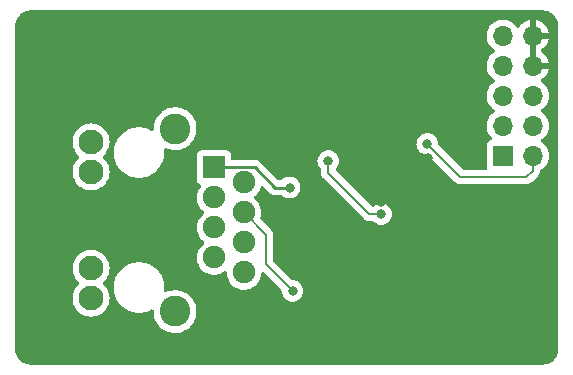
<source format=gbr>
%TF.GenerationSoftware,KiCad,Pcbnew,(6.0.0)*%
%TF.CreationDate,2022-04-14T08:35:50+02:00*%
%TF.ProjectId,W5500_Shield_Ethernet,57353530-305f-4536-9869-656c645f4574,rev?*%
%TF.SameCoordinates,Original*%
%TF.FileFunction,Copper,L2,Bot*%
%TF.FilePolarity,Positive*%
%FSLAX46Y46*%
G04 Gerber Fmt 4.6, Leading zero omitted, Abs format (unit mm)*
G04 Created by KiCad (PCBNEW (6.0.0)) date 2022-04-14 08:35:50*
%MOMM*%
%LPD*%
G01*
G04 APERTURE LIST*
%TA.AperFunction,ComponentPad*%
%ADD10R,1.900000X1.900000*%
%TD*%
%TA.AperFunction,ComponentPad*%
%ADD11C,1.900000*%
%TD*%
%TA.AperFunction,ComponentPad*%
%ADD12C,2.100000*%
%TD*%
%TA.AperFunction,ComponentPad*%
%ADD13C,2.600000*%
%TD*%
%TA.AperFunction,ComponentPad*%
%ADD14R,1.700000X1.700000*%
%TD*%
%TA.AperFunction,ComponentPad*%
%ADD15O,1.700000X1.700000*%
%TD*%
%TA.AperFunction,ViaPad*%
%ADD16C,0.800000*%
%TD*%
%TA.AperFunction,Conductor*%
%ADD17C,0.200000*%
%TD*%
%TA.AperFunction,Conductor*%
%ADD18C,0.250000*%
%TD*%
G04 APERTURE END LIST*
D10*
%TO.P,J1,1,TD+*%
%TO.N,Net-(J1-Pad1)*%
X98345000Y-64805000D03*
D11*
%TO.P,J1,2,TCT*%
%TO.N,Net-(C10-Pad2)*%
X100885000Y-66075000D03*
%TO.P,J1,3,TD-*%
%TO.N,Net-(J1-Pad3)*%
X98345000Y-67345000D03*
%TO.P,J1,4,RD+*%
%TO.N,Net-(C8-Pad2)*%
X100885000Y-68615000D03*
%TO.P,J1,5,RCT*%
%TO.N,Net-(C9-Pad2)*%
X98345000Y-69885000D03*
%TO.P,J1,6,RD-*%
%TO.N,Net-(C7-Pad2)*%
X100885000Y-71155000D03*
%TO.P,J1,7,NC*%
%TO.N,unconnected-(J1-Pad7)*%
X98345000Y-72425000D03*
%TO.P,J1,8,GND*%
%TO.N,Net-(C11-Pad2)*%
X100885000Y-73695000D03*
D12*
%TO.P,J1,L1,LEDY_A*%
%TO.N,+3V3*%
X87935000Y-62625000D03*
%TO.P,J1,L2,LEDY_K*%
%TO.N,/A_LED*%
X87935000Y-65165000D03*
%TO.P,J1,L3,LEDG_A*%
%TO.N,+3V3*%
X87935000Y-73335000D03*
%TO.P,J1,L4,LEDG_K*%
%TO.N,/K_LED*%
X87935000Y-75875000D03*
D13*
%TO.P,J1,SH,SHIELD*%
%TO.N,Net-(C11-Pad2)*%
X95045000Y-76995000D03*
X95045000Y-61505000D03*
%TD*%
D14*
%TO.P,J2,1,Pin_1*%
%TO.N,SCS_eth*%
X122800000Y-63800000D03*
D15*
%TO.P,J2,2,Pin_2*%
%TO.N,+3V3*%
X125340000Y-63800000D03*
%TO.P,J2,3,Pin_3*%
%TO.N,SCLK_eth*%
X122800000Y-61260000D03*
%TO.P,J2,4,Pin_4*%
%TO.N,+3V3*%
X125340000Y-61260000D03*
%TO.P,J2,5,Pin_5*%
%TO.N,MISO_eth*%
X122800000Y-58720000D03*
%TO.P,J2,6,Pin_6*%
%TO.N,+3V3*%
X125340000Y-58720000D03*
%TO.P,J2,7,Pin_7*%
%TO.N,MOSI_eth*%
X122800000Y-56180000D03*
%TO.P,J2,8,Pin_8*%
%TO.N,GND*%
X125340000Y-56180000D03*
%TO.P,J2,9,Pin_9*%
%TO.N,RESET_eth*%
X122800000Y-53640000D03*
%TO.P,J2,10,Pin_10*%
%TO.N,GND*%
X125340000Y-53640000D03*
%TD*%
D16*
%TO.N,GND*%
X121000000Y-71000000D03*
X112500000Y-67750000D03*
X116500000Y-64000000D03*
X112200000Y-54843750D03*
X109250000Y-77250000D03*
X105000000Y-72750000D03*
X114000000Y-62000000D03*
X110750000Y-65500000D03*
X109250000Y-78500000D03*
X114000000Y-71750000D03*
X110000000Y-73750000D03*
X126500000Y-67000000D03*
X111000000Y-77000000D03*
X106250000Y-61250000D03*
X117750000Y-77250000D03*
X124500000Y-72250000D03*
X110750000Y-75250000D03*
X114500000Y-77500000D03*
X115000000Y-62000000D03*
X114000000Y-76500000D03*
X108750000Y-71000000D03*
%TO.N,+3V3*%
X116400000Y-62800000D03*
%TO.N,+3.3VA*%
X112500000Y-68750000D03*
X108020000Y-64250000D03*
%TO.N,Net-(C8-Pad2)*%
X105000000Y-75250000D03*
%TO.N,Net-(J1-Pad1)*%
X104750000Y-66500000D03*
%TD*%
D17*
%TO.N,+3V3*%
X125340000Y-65060000D02*
X124800000Y-65600000D01*
X119800000Y-65600000D02*
X119200000Y-65600000D01*
X119200000Y-65600000D02*
X116400000Y-62800000D01*
X124800000Y-65600000D02*
X119800000Y-65600000D01*
X125340000Y-63800000D02*
X125340000Y-65060000D01*
%TO.N,+3.3VA*%
X108020000Y-65270000D02*
X111500000Y-68750000D01*
X111500000Y-68750000D02*
X112500000Y-68750000D01*
X108020000Y-64250000D02*
X108020000Y-65270000D01*
%TO.N,Net-(C8-Pad2)*%
X105000000Y-75250000D02*
X102750000Y-73000000D01*
X102750000Y-73000000D02*
X102750000Y-70480000D01*
X102750000Y-70480000D02*
X100885000Y-68615000D01*
D18*
%TO.N,Net-(J1-Pad1)*%
X103500000Y-66500000D02*
X104750000Y-66500000D01*
X98349511Y-64800489D02*
X98345000Y-64805000D01*
X101800489Y-64800489D02*
X98349511Y-64800489D01*
X103500000Y-66500000D02*
X101800489Y-64800489D01*
%TD*%
%TA.AperFunction,Conductor*%
%TO.N,GND*%
G36*
X126170057Y-51509500D02*
G01*
X126184858Y-51511805D01*
X126184861Y-51511805D01*
X126193730Y-51513186D01*
X126202631Y-51512022D01*
X126202638Y-51512022D01*
X126207766Y-51511351D01*
X126233989Y-51510675D01*
X126392228Y-51523129D01*
X126411755Y-51526222D01*
X126589614Y-51568922D01*
X126608408Y-51575028D01*
X126777398Y-51645027D01*
X126795003Y-51653997D01*
X126911618Y-51725458D01*
X126950967Y-51749571D01*
X126966955Y-51761187D01*
X127106042Y-51879978D01*
X127120020Y-51893956D01*
X127238813Y-52033045D01*
X127250427Y-52049031D01*
X127346003Y-52204997D01*
X127354973Y-52222602D01*
X127422742Y-52386209D01*
X127424970Y-52391587D01*
X127431078Y-52410386D01*
X127454465Y-52507800D01*
X127473778Y-52588244D01*
X127476871Y-52607772D01*
X127488774Y-52759012D01*
X127488133Y-52775881D01*
X127488305Y-52775883D01*
X127488195Y-52784859D01*
X127486814Y-52793730D01*
X127487978Y-52802632D01*
X127487978Y-52802635D01*
X127490936Y-52825251D01*
X127492000Y-52841589D01*
X127492000Y-80150672D01*
X127490500Y-80170056D01*
X127486814Y-80193730D01*
X127487978Y-80202631D01*
X127487978Y-80202638D01*
X127488649Y-80207766D01*
X127489325Y-80233989D01*
X127476871Y-80392228D01*
X127473778Y-80411756D01*
X127431080Y-80589609D01*
X127424972Y-80608408D01*
X127354973Y-80777398D01*
X127346003Y-80795003D01*
X127250429Y-80950967D01*
X127238813Y-80966955D01*
X127120022Y-81106042D01*
X127106044Y-81120020D01*
X126966955Y-81238813D01*
X126950969Y-81250427D01*
X126795003Y-81346003D01*
X126777398Y-81354973D01*
X126608408Y-81424972D01*
X126589614Y-81431078D01*
X126411756Y-81473778D01*
X126392228Y-81476871D01*
X126240988Y-81488774D01*
X126224119Y-81488133D01*
X126224117Y-81488305D01*
X126215141Y-81488195D01*
X126206270Y-81486814D01*
X126197368Y-81487978D01*
X126197365Y-81487978D01*
X126174749Y-81490936D01*
X126158411Y-81492000D01*
X82849328Y-81492000D01*
X82829943Y-81490500D01*
X82815142Y-81488195D01*
X82815139Y-81488195D01*
X82806270Y-81486814D01*
X82797369Y-81487978D01*
X82797362Y-81487978D01*
X82792234Y-81488649D01*
X82766011Y-81489325D01*
X82607772Y-81476871D01*
X82588244Y-81473778D01*
X82410386Y-81431078D01*
X82391592Y-81424972D01*
X82222602Y-81354973D01*
X82204997Y-81346003D01*
X82049031Y-81250427D01*
X82033045Y-81238813D01*
X81893956Y-81120020D01*
X81879978Y-81106042D01*
X81761187Y-80966955D01*
X81749571Y-80950967D01*
X81653997Y-80795003D01*
X81645027Y-80777398D01*
X81575028Y-80608408D01*
X81568920Y-80589609D01*
X81526222Y-80411756D01*
X81523129Y-80392228D01*
X81511226Y-80240988D01*
X81511867Y-80224119D01*
X81511695Y-80224117D01*
X81511805Y-80215141D01*
X81513186Y-80206270D01*
X81511547Y-80193730D01*
X81509064Y-80174749D01*
X81508000Y-80158411D01*
X81508000Y-75875000D01*
X86371681Y-75875000D01*
X86390928Y-76119557D01*
X86392082Y-76124364D01*
X86392083Y-76124370D01*
X86406750Y-76185462D01*
X86448195Y-76358092D01*
X86542073Y-76584732D01*
X86670248Y-76793896D01*
X86673463Y-76797660D01*
X86673465Y-76797663D01*
X86805451Y-76952197D01*
X86829567Y-76980433D01*
X86833323Y-76983641D01*
X86967805Y-77098500D01*
X87016104Y-77139752D01*
X87020327Y-77142340D01*
X87020330Y-77142342D01*
X87089515Y-77184738D01*
X87225268Y-77267927D01*
X87369967Y-77327864D01*
X87447335Y-77359911D01*
X87447337Y-77359912D01*
X87451908Y-77361805D01*
X87534563Y-77381649D01*
X87685630Y-77417917D01*
X87685636Y-77417918D01*
X87690443Y-77419072D01*
X87935000Y-77438319D01*
X88179557Y-77419072D01*
X88184364Y-77417918D01*
X88184370Y-77417917D01*
X88335437Y-77381649D01*
X88418092Y-77361805D01*
X88422663Y-77359912D01*
X88422665Y-77359911D01*
X88500033Y-77327864D01*
X88644732Y-77267927D01*
X88780485Y-77184738D01*
X88849670Y-77142342D01*
X88849673Y-77142340D01*
X88853896Y-77139752D01*
X88902196Y-77098500D01*
X89036677Y-76983641D01*
X89040433Y-76980433D01*
X89064549Y-76952197D01*
X89196535Y-76797663D01*
X89196537Y-76797660D01*
X89199752Y-76793896D01*
X89327927Y-76584732D01*
X89421805Y-76358092D01*
X89463250Y-76185462D01*
X89477917Y-76124370D01*
X89477918Y-76124364D01*
X89479072Y-76119557D01*
X89498319Y-75875000D01*
X89479072Y-75630443D01*
X89476939Y-75621556D01*
X89434841Y-75446206D01*
X89421805Y-75391908D01*
X89404814Y-75350887D01*
X89350062Y-75218707D01*
X89327927Y-75165268D01*
X89287488Y-75099277D01*
X89860735Y-75099277D01*
X89861294Y-75103521D01*
X89861294Y-75103525D01*
X89868867Y-75161049D01*
X89898705Y-75387687D01*
X89975465Y-75668276D01*
X89977149Y-75672224D01*
X90061538Y-75870070D01*
X90089596Y-75935852D01*
X90238985Y-76185462D01*
X90420867Y-76412489D01*
X90631878Y-76612731D01*
X90868113Y-76782483D01*
X91125200Y-76918603D01*
X91129223Y-76920075D01*
X91129227Y-76920077D01*
X91325358Y-76991851D01*
X91398382Y-77018574D01*
X91682604Y-77080544D01*
X91711650Y-77082830D01*
X91908297Y-77098307D01*
X91908304Y-77098307D01*
X91910753Y-77098500D01*
X92068121Y-77098500D01*
X92070257Y-77098354D01*
X92070268Y-77098354D01*
X92280949Y-77083991D01*
X92280955Y-77083990D01*
X92285226Y-77083699D01*
X92289421Y-77082830D01*
X92289423Y-77082830D01*
X92427654Y-77054204D01*
X92570081Y-77024709D01*
X92844295Y-76927605D01*
X93048994Y-76821952D01*
X93118700Y-76808483D01*
X93184624Y-76834838D01*
X93225833Y-76892651D01*
X93231169Y-76938162D01*
X93232641Y-76938201D01*
X93232518Y-76942874D01*
X93232050Y-76947526D01*
X93232274Y-76952192D01*
X93232274Y-76952197D01*
X93235689Y-77023279D01*
X93244947Y-77216019D01*
X93297388Y-77479656D01*
X93388220Y-77732646D01*
X93515450Y-77969431D01*
X93518241Y-77973168D01*
X93518245Y-77973175D01*
X93599887Y-78082506D01*
X93676281Y-78184810D01*
X93679590Y-78188090D01*
X93679595Y-78188096D01*
X93863863Y-78370762D01*
X93867180Y-78374050D01*
X93870942Y-78376808D01*
X93870945Y-78376811D01*
X93983299Y-78459192D01*
X94083954Y-78532995D01*
X94088089Y-78535171D01*
X94088093Y-78535173D01*
X94317698Y-78655975D01*
X94321840Y-78658154D01*
X94575613Y-78746775D01*
X94580206Y-78747647D01*
X94835109Y-78796042D01*
X94835112Y-78796042D01*
X94839698Y-78796913D01*
X94967370Y-78801929D01*
X95103625Y-78807283D01*
X95103630Y-78807283D01*
X95108293Y-78807466D01*
X95212607Y-78796042D01*
X95370844Y-78778713D01*
X95370850Y-78778712D01*
X95375497Y-78778203D01*
X95380021Y-78777012D01*
X95630918Y-78710956D01*
X95630920Y-78710955D01*
X95635441Y-78709765D01*
X95639738Y-78707919D01*
X95878120Y-78605502D01*
X95878122Y-78605501D01*
X95882414Y-78603657D01*
X96001071Y-78530230D01*
X96107017Y-78464669D01*
X96107021Y-78464666D01*
X96110990Y-78462210D01*
X96316149Y-78288530D01*
X96493382Y-78086434D01*
X96638797Y-77860361D01*
X96749199Y-77615278D01*
X96786209Y-77484051D01*
X96820893Y-77361072D01*
X96820894Y-77361069D01*
X96822163Y-77356568D01*
X96840043Y-77216019D01*
X96855688Y-77093045D01*
X96855688Y-77093041D01*
X96856086Y-77089915D01*
X96856272Y-77082830D01*
X96858488Y-76998160D01*
X96858571Y-76995000D01*
X96838650Y-76726937D01*
X96813374Y-76615231D01*
X96780361Y-76469331D01*
X96780360Y-76469326D01*
X96779327Y-76464763D01*
X96681902Y-76214238D01*
X96548518Y-75980864D01*
X96510588Y-75932749D01*
X96465062Y-75875000D01*
X96382105Y-75769769D01*
X96186317Y-75585591D01*
X95965457Y-75432374D01*
X95961264Y-75430306D01*
X95728564Y-75315551D01*
X95728561Y-75315550D01*
X95724376Y-75313486D01*
X95676745Y-75298239D01*
X95505536Y-75243435D01*
X95468370Y-75231538D01*
X95463763Y-75230788D01*
X95463760Y-75230787D01*
X95207674Y-75189081D01*
X95207675Y-75189081D01*
X95203063Y-75188330D01*
X95072719Y-75186624D01*
X94938961Y-75184873D01*
X94938958Y-75184873D01*
X94934284Y-75184812D01*
X94667937Y-75221060D01*
X94409874Y-75296278D01*
X94405621Y-75298238D01*
X94405620Y-75298239D01*
X94291418Y-75350887D01*
X94221181Y-75361242D01*
X94156495Y-75331979D01*
X94117898Y-75272391D01*
X94113924Y-75218707D01*
X94116291Y-75202081D01*
X94127742Y-75121619D01*
X94128952Y-74890523D01*
X94129243Y-74835009D01*
X94129243Y-74835003D01*
X94129265Y-74830723D01*
X94126908Y-74812815D01*
X94105100Y-74647171D01*
X94091295Y-74542313D01*
X94014535Y-74261724D01*
X94000491Y-74228799D01*
X93902090Y-73998100D01*
X93902088Y-73998096D01*
X93900404Y-73994148D01*
X93751015Y-73744538D01*
X93736337Y-73726216D01*
X93651661Y-73620523D01*
X93569133Y-73517511D01*
X93376807Y-73335000D01*
X93361231Y-73320219D01*
X93361228Y-73320217D01*
X93358122Y-73317269D01*
X93121887Y-73147517D01*
X92864800Y-73011397D01*
X92860777Y-73009925D01*
X92860773Y-73009923D01*
X92595649Y-72912901D01*
X92595647Y-72912900D01*
X92591618Y-72911426D01*
X92307396Y-72849456D01*
X92263598Y-72846009D01*
X92081703Y-72831693D01*
X92081696Y-72831693D01*
X92079247Y-72831500D01*
X91921879Y-72831500D01*
X91919743Y-72831646D01*
X91919732Y-72831646D01*
X91709051Y-72846009D01*
X91709045Y-72846010D01*
X91704774Y-72846301D01*
X91700579Y-72847170D01*
X91700577Y-72847170D01*
X91654462Y-72856720D01*
X91419919Y-72905291D01*
X91145705Y-73002395D01*
X91141896Y-73004361D01*
X90995219Y-73080067D01*
X90887207Y-73135816D01*
X90883706Y-73138277D01*
X90883702Y-73138279D01*
X90870558Y-73147517D01*
X90649208Y-73303085D01*
X90646067Y-73306004D01*
X90465354Y-73473933D01*
X90436112Y-73501106D01*
X90433398Y-73504422D01*
X90433395Y-73504425D01*
X90338370Y-73620523D01*
X90251861Y-73726216D01*
X90099867Y-73974248D01*
X90098148Y-73978165D01*
X90098146Y-73978168D01*
X90084515Y-74009220D01*
X89982941Y-74240614D01*
X89981765Y-74244742D01*
X89981764Y-74244745D01*
X89964715Y-74304595D01*
X89903246Y-74520384D01*
X89902642Y-74524626D01*
X89902641Y-74524632D01*
X89877567Y-74700811D01*
X89862258Y-74808381D01*
X89860735Y-75099277D01*
X89287488Y-75099277D01*
X89199752Y-74956104D01*
X89193757Y-74949084D01*
X89043641Y-74773323D01*
X89040433Y-74769567D01*
X89010420Y-74743933D01*
X88959931Y-74700811D01*
X88921122Y-74641360D01*
X88920616Y-74570365D01*
X88959931Y-74509189D01*
X89036677Y-74443641D01*
X89040433Y-74440433D01*
X89123759Y-74342872D01*
X89196535Y-74257663D01*
X89196537Y-74257660D01*
X89199752Y-74253896D01*
X89212098Y-74233750D01*
X89271113Y-74137445D01*
X89327927Y-74044732D01*
X89390561Y-73893521D01*
X89419911Y-73822665D01*
X89419912Y-73822663D01*
X89421805Y-73818092D01*
X89479072Y-73579557D01*
X89498319Y-73335000D01*
X89479072Y-73090443D01*
X89477732Y-73084859D01*
X89436094Y-72911426D01*
X89421805Y-72851908D01*
X89419843Y-72847170D01*
X89368220Y-72722544D01*
X89327927Y-72625268D01*
X89224566Y-72456597D01*
X89202342Y-72420330D01*
X89202340Y-72420327D01*
X89199752Y-72416104D01*
X89181657Y-72394917D01*
X89176812Y-72389244D01*
X96881938Y-72389244D01*
X96882235Y-72394396D01*
X96882235Y-72394400D01*
X96884338Y-72430873D01*
X96895744Y-72628680D01*
X96896879Y-72633717D01*
X96896880Y-72633723D01*
X96947331Y-72857592D01*
X96948470Y-72862646D01*
X97038702Y-73084859D01*
X97164014Y-73289351D01*
X97321043Y-73470630D01*
X97505571Y-73623828D01*
X97712643Y-73744831D01*
X97717468Y-73746673D01*
X97717469Y-73746674D01*
X97760595Y-73763142D01*
X97936697Y-73830389D01*
X97941763Y-73831420D01*
X97941764Y-73831420D01*
X97998039Y-73842869D01*
X98171716Y-73878204D01*
X98307264Y-73883174D01*
X98406225Y-73886803D01*
X98406229Y-73886803D01*
X98411389Y-73886992D01*
X98416509Y-73886336D01*
X98416511Y-73886336D01*
X98644151Y-73857175D01*
X98644152Y-73857175D01*
X98649279Y-73856518D01*
X98732935Y-73831420D01*
X98874042Y-73789086D01*
X98874047Y-73789084D01*
X98878997Y-73787599D01*
X99094374Y-73682087D01*
X99098579Y-73679087D01*
X99098585Y-73679084D01*
X99224443Y-73589310D01*
X99291516Y-73566037D01*
X99360525Y-73582720D01*
X99409559Y-73634064D01*
X99423402Y-73684636D01*
X99435744Y-73898680D01*
X99436879Y-73903717D01*
X99436880Y-73903723D01*
X99457258Y-73994148D01*
X99488470Y-74132646D01*
X99490419Y-74137445D01*
X99573835Y-74342872D01*
X99578702Y-74354859D01*
X99704014Y-74559351D01*
X99707398Y-74563257D01*
X99707399Y-74563259D01*
X99714221Y-74571134D01*
X99861043Y-74740630D01*
X100045571Y-74893828D01*
X100252643Y-75014831D01*
X100476697Y-75100389D01*
X100481763Y-75101420D01*
X100481764Y-75101420D01*
X100492111Y-75103525D01*
X100711716Y-75148204D01*
X100847264Y-75153174D01*
X100946225Y-75156803D01*
X100946229Y-75156803D01*
X100951389Y-75156992D01*
X100956509Y-75156336D01*
X100956511Y-75156336D01*
X101184151Y-75127175D01*
X101184152Y-75127175D01*
X101189279Y-75126518D01*
X101205608Y-75121619D01*
X101414042Y-75059086D01*
X101414047Y-75059084D01*
X101418997Y-75057599D01*
X101634374Y-74952087D01*
X101638579Y-74949087D01*
X101638585Y-74949084D01*
X101737618Y-74878444D01*
X101829627Y-74812815D01*
X101999511Y-74643523D01*
X102023422Y-74610248D01*
X102136445Y-74452958D01*
X102139463Y-74448758D01*
X102143578Y-74440433D01*
X102243433Y-74238392D01*
X102243434Y-74238390D01*
X102245727Y-74233750D01*
X102315447Y-74004274D01*
X102346752Y-73766492D01*
X102346946Y-73758563D01*
X102368609Y-73690952D01*
X102423387Y-73645786D01*
X102493887Y-73637406D01*
X102562003Y-73672552D01*
X104050281Y-75160830D01*
X104084307Y-75223142D01*
X104086841Y-75246716D01*
X104086496Y-75250000D01*
X104087186Y-75256565D01*
X104105447Y-75430306D01*
X104106458Y-75439928D01*
X104165473Y-75621556D01*
X104168776Y-75627278D01*
X104168777Y-75627279D01*
X104190057Y-75664137D01*
X104260960Y-75786944D01*
X104388747Y-75928866D01*
X104543248Y-76041118D01*
X104549276Y-76043802D01*
X104549278Y-76043803D01*
X104711681Y-76116109D01*
X104717712Y-76118794D01*
X104811112Y-76138647D01*
X104898056Y-76157128D01*
X104898061Y-76157128D01*
X104904513Y-76158500D01*
X105095487Y-76158500D01*
X105101939Y-76157128D01*
X105101944Y-76157128D01*
X105188888Y-76138647D01*
X105282288Y-76118794D01*
X105288319Y-76116109D01*
X105450722Y-76043803D01*
X105450724Y-76043802D01*
X105456752Y-76041118D01*
X105611253Y-75928866D01*
X105739040Y-75786944D01*
X105809943Y-75664137D01*
X105831223Y-75627279D01*
X105831224Y-75627278D01*
X105834527Y-75621556D01*
X105893542Y-75439928D01*
X105894554Y-75430306D01*
X105912814Y-75256565D01*
X105913504Y-75250000D01*
X105905079Y-75169839D01*
X105894232Y-75066635D01*
X105894232Y-75066633D01*
X105893542Y-75060072D01*
X105834527Y-74878444D01*
X105739040Y-74713056D01*
X105611253Y-74571134D01*
X105456752Y-74458882D01*
X105450724Y-74456198D01*
X105450722Y-74456197D01*
X105288319Y-74383891D01*
X105288318Y-74383891D01*
X105282288Y-74381206D01*
X105188888Y-74361353D01*
X105101944Y-74342872D01*
X105101939Y-74342872D01*
X105095487Y-74341500D01*
X105004239Y-74341500D01*
X104936118Y-74321498D01*
X104915144Y-74304595D01*
X103395405Y-72784856D01*
X103361379Y-72722544D01*
X103358500Y-72695761D01*
X103358500Y-70528136D01*
X103359578Y-70511690D01*
X103362672Y-70488188D01*
X103363750Y-70480000D01*
X103358500Y-70440122D01*
X103358500Y-70440115D01*
X103342838Y-70321150D01*
X103281524Y-70173125D01*
X103276497Y-70166574D01*
X103276495Y-70166570D01*
X103261722Y-70147318D01*
X103208483Y-70077936D01*
X103208477Y-70077928D01*
X103208474Y-70077925D01*
X103183987Y-70046013D01*
X103177432Y-70040983D01*
X103158621Y-70026548D01*
X103146230Y-70015681D01*
X102308143Y-69177594D01*
X102274117Y-69115282D01*
X102276680Y-69051870D01*
X102308036Y-68948668D01*
X102315447Y-68924274D01*
X102346752Y-68686492D01*
X102347252Y-68666021D01*
X102348417Y-68618365D01*
X102348417Y-68618361D01*
X102348499Y-68615000D01*
X102335987Y-68462815D01*
X102329271Y-68381124D01*
X102329270Y-68381118D01*
X102328847Y-68375973D01*
X102270420Y-68143364D01*
X102268364Y-68138634D01*
X102268361Y-68138627D01*
X102176847Y-67928159D01*
X102176845Y-67928156D01*
X102174787Y-67923422D01*
X102149214Y-67883891D01*
X102047325Y-67726396D01*
X102047323Y-67726393D01*
X102044515Y-67722053D01*
X101886758Y-67548680D01*
X101886582Y-67548487D01*
X101886580Y-67548486D01*
X101883104Y-67544665D01*
X101879053Y-67541466D01*
X101879049Y-67541462D01*
X101755333Y-67443757D01*
X101714270Y-67385840D01*
X101711038Y-67314917D01*
X101746664Y-67253505D01*
X101760257Y-67242296D01*
X101825423Y-67195814D01*
X101825425Y-67195812D01*
X101829627Y-67192815D01*
X101999511Y-67023523D01*
X102008396Y-67011159D01*
X102136445Y-66832958D01*
X102139463Y-66828758D01*
X102208078Y-66689928D01*
X102243433Y-66618392D01*
X102243434Y-66618390D01*
X102245727Y-66613750D01*
X102247234Y-66608791D01*
X102294663Y-66452686D01*
X102333604Y-66393322D01*
X102398458Y-66364435D01*
X102468634Y-66375196D01*
X102504316Y-66400220D01*
X102996343Y-66892247D01*
X103003887Y-66900537D01*
X103008000Y-66907018D01*
X103013777Y-66912443D01*
X103057667Y-66953658D01*
X103060509Y-66956413D01*
X103080231Y-66976135D01*
X103083355Y-66978558D01*
X103083359Y-66978562D01*
X103083424Y-66978612D01*
X103092445Y-66986317D01*
X103124679Y-67016586D01*
X103131627Y-67020405D01*
X103131629Y-67020407D01*
X103142432Y-67026346D01*
X103158959Y-67037202D01*
X103168698Y-67044757D01*
X103168700Y-67044758D01*
X103174960Y-67049614D01*
X103215540Y-67067174D01*
X103226188Y-67072391D01*
X103264940Y-67093695D01*
X103272616Y-67095666D01*
X103272619Y-67095667D01*
X103284562Y-67098733D01*
X103303267Y-67105137D01*
X103321855Y-67113181D01*
X103329678Y-67114420D01*
X103329688Y-67114423D01*
X103365524Y-67120099D01*
X103377144Y-67122505D01*
X103412289Y-67131528D01*
X103419970Y-67133500D01*
X103440224Y-67133500D01*
X103459934Y-67135051D01*
X103479943Y-67138220D01*
X103487835Y-67137474D01*
X103523961Y-67134059D01*
X103535819Y-67133500D01*
X104041800Y-67133500D01*
X104109921Y-67153502D01*
X104129147Y-67169843D01*
X104129420Y-67169540D01*
X104134332Y-67173963D01*
X104138747Y-67178866D01*
X104152931Y-67189171D01*
X104278327Y-67280277D01*
X104293248Y-67291118D01*
X104299276Y-67293802D01*
X104299278Y-67293803D01*
X104461681Y-67366109D01*
X104467712Y-67368794D01*
X104547907Y-67385840D01*
X104648056Y-67407128D01*
X104648061Y-67407128D01*
X104654513Y-67408500D01*
X104845487Y-67408500D01*
X104851939Y-67407128D01*
X104851944Y-67407128D01*
X104952093Y-67385840D01*
X105032288Y-67368794D01*
X105038319Y-67366109D01*
X105200722Y-67293803D01*
X105200724Y-67293802D01*
X105206752Y-67291118D01*
X105221674Y-67280277D01*
X105337926Y-67195814D01*
X105361253Y-67178866D01*
X105397851Y-67138220D01*
X105484621Y-67041852D01*
X105484622Y-67041851D01*
X105489040Y-67036944D01*
X105564053Y-66907018D01*
X105581223Y-66877279D01*
X105581224Y-66877278D01*
X105584527Y-66871556D01*
X105643542Y-66689928D01*
X105647428Y-66652960D01*
X105662814Y-66506565D01*
X105663504Y-66500000D01*
X105643542Y-66310072D01*
X105584527Y-66128444D01*
X105574503Y-66111081D01*
X105526210Y-66027437D01*
X105489040Y-65963056D01*
X105361253Y-65821134D01*
X105241763Y-65734319D01*
X105212094Y-65712763D01*
X105212093Y-65712762D01*
X105206752Y-65708882D01*
X105200724Y-65706198D01*
X105200722Y-65706197D01*
X105038319Y-65633891D01*
X105038318Y-65633891D01*
X105032288Y-65631206D01*
X104938888Y-65611353D01*
X104851944Y-65592872D01*
X104851939Y-65592872D01*
X104845487Y-65591500D01*
X104654513Y-65591500D01*
X104648061Y-65592872D01*
X104648056Y-65592872D01*
X104561112Y-65611353D01*
X104467712Y-65631206D01*
X104461682Y-65633891D01*
X104461681Y-65633891D01*
X104299278Y-65706197D01*
X104299276Y-65706198D01*
X104293248Y-65708882D01*
X104287907Y-65712762D01*
X104287906Y-65712763D01*
X104258237Y-65734319D01*
X104138747Y-65821134D01*
X104134332Y-65826037D01*
X104129420Y-65830460D01*
X104128295Y-65829211D01*
X104074986Y-65862051D01*
X104041800Y-65866500D01*
X103814594Y-65866500D01*
X103746473Y-65846498D01*
X103725499Y-65829595D01*
X102304141Y-64408236D01*
X102296601Y-64399950D01*
X102292489Y-64393471D01*
X102242837Y-64346845D01*
X102239996Y-64344091D01*
X102220259Y-64324354D01*
X102217062Y-64321874D01*
X102208040Y-64314169D01*
X102194880Y-64301811D01*
X102175810Y-64283903D01*
X102168864Y-64280084D01*
X102168861Y-64280082D01*
X102158055Y-64274141D01*
X102141536Y-64263290D01*
X102141072Y-64262930D01*
X102125530Y-64250875D01*
X102123508Y-64250000D01*
X107106496Y-64250000D01*
X107107186Y-64256565D01*
X107114606Y-64327158D01*
X107126458Y-64439928D01*
X107185473Y-64621556D01*
X107280960Y-64786944D01*
X107285378Y-64791851D01*
X107285379Y-64791852D01*
X107379136Y-64895980D01*
X107409854Y-64959987D01*
X107411500Y-64980290D01*
X107411500Y-65221864D01*
X107410422Y-65238307D01*
X107406250Y-65270000D01*
X107411500Y-65309880D01*
X107411500Y-65309885D01*
X107421181Y-65383422D01*
X107427162Y-65428851D01*
X107488476Y-65576876D01*
X107493503Y-65583427D01*
X107493504Y-65583429D01*
X107561520Y-65672069D01*
X107561526Y-65672075D01*
X107586013Y-65703987D01*
X107592568Y-65709017D01*
X107611379Y-65723452D01*
X107623770Y-65734319D01*
X111035685Y-69146234D01*
X111046552Y-69158625D01*
X111066013Y-69183987D01*
X111097925Y-69208474D01*
X111097928Y-69208477D01*
X111193124Y-69281524D01*
X111200754Y-69284684D01*
X111200755Y-69284685D01*
X111225439Y-69294909D01*
X111341150Y-69342838D01*
X111460115Y-69358500D01*
X111460120Y-69358500D01*
X111460129Y-69358501D01*
X111491812Y-69362672D01*
X111500000Y-69363750D01*
X111531693Y-69359578D01*
X111548136Y-69358500D01*
X111769290Y-69358500D01*
X111837411Y-69378502D01*
X111862926Y-69400189D01*
X111888747Y-69428866D01*
X112043248Y-69541118D01*
X112049276Y-69543802D01*
X112049278Y-69543803D01*
X112199685Y-69610768D01*
X112217712Y-69618794D01*
X112311113Y-69638647D01*
X112398056Y-69657128D01*
X112398061Y-69657128D01*
X112404513Y-69658500D01*
X112595487Y-69658500D01*
X112601939Y-69657128D01*
X112601944Y-69657128D01*
X112688887Y-69638647D01*
X112782288Y-69618794D01*
X112800315Y-69610768D01*
X112950722Y-69543803D01*
X112950724Y-69543802D01*
X112956752Y-69541118D01*
X113111253Y-69428866D01*
X113239040Y-69286944D01*
X113334527Y-69121556D01*
X113393542Y-68939928D01*
X113395727Y-68919144D01*
X113412814Y-68756565D01*
X113413504Y-68750000D01*
X113395557Y-68579244D01*
X113394232Y-68566635D01*
X113394232Y-68566633D01*
X113393542Y-68560072D01*
X113334527Y-68378444D01*
X113239040Y-68213056D01*
X113111253Y-68071134D01*
X112956752Y-67958882D01*
X112950724Y-67956198D01*
X112950722Y-67956197D01*
X112788319Y-67883891D01*
X112788318Y-67883891D01*
X112782288Y-67881206D01*
X112688887Y-67861353D01*
X112601944Y-67842872D01*
X112601939Y-67842872D01*
X112595487Y-67841500D01*
X112404513Y-67841500D01*
X112398061Y-67842872D01*
X112398056Y-67842872D01*
X112311113Y-67861353D01*
X112217712Y-67881206D01*
X112211682Y-67883891D01*
X112211681Y-67883891D01*
X112049278Y-67956197D01*
X112049276Y-67956198D01*
X112043248Y-67958882D01*
X111888747Y-68071134D01*
X111884333Y-68076037D01*
X111884330Y-68076039D01*
X111879487Y-68081418D01*
X111819042Y-68118659D01*
X111748058Y-68117309D01*
X111696754Y-68086205D01*
X108672289Y-65061740D01*
X108638263Y-64999428D01*
X108643328Y-64928613D01*
X108667747Y-64888335D01*
X108759040Y-64786944D01*
X108854527Y-64621556D01*
X108913542Y-64439928D01*
X108925395Y-64327158D01*
X108932814Y-64256565D01*
X108933504Y-64250000D01*
X108916485Y-64088069D01*
X108914232Y-64066635D01*
X108914232Y-64066633D01*
X108913542Y-64060072D01*
X108854527Y-63878444D01*
X108759040Y-63713056D01*
X108753703Y-63707128D01*
X108635675Y-63576045D01*
X108635674Y-63576044D01*
X108631253Y-63571134D01*
X108476752Y-63458882D01*
X108470724Y-63456198D01*
X108470722Y-63456197D01*
X108308319Y-63383891D01*
X108308318Y-63383891D01*
X108302288Y-63381206D01*
X108205825Y-63360702D01*
X108121944Y-63342872D01*
X108121939Y-63342872D01*
X108115487Y-63341500D01*
X107924513Y-63341500D01*
X107918061Y-63342872D01*
X107918056Y-63342872D01*
X107834175Y-63360702D01*
X107737712Y-63381206D01*
X107731682Y-63383891D01*
X107731681Y-63383891D01*
X107569278Y-63456197D01*
X107569276Y-63456198D01*
X107563248Y-63458882D01*
X107408747Y-63571134D01*
X107404326Y-63576044D01*
X107404325Y-63576045D01*
X107286298Y-63707128D01*
X107280960Y-63713056D01*
X107185473Y-63878444D01*
X107126458Y-64060072D01*
X107125768Y-64066633D01*
X107125768Y-64066635D01*
X107123515Y-64088069D01*
X107106496Y-64250000D01*
X102123508Y-64250000D01*
X102118261Y-64247730D01*
X102118257Y-64247727D01*
X102084952Y-64233315D01*
X102074302Y-64228098D01*
X102035549Y-64206794D01*
X102015926Y-64201756D01*
X101997223Y-64195352D01*
X101985909Y-64190456D01*
X101985908Y-64190456D01*
X101978634Y-64187308D01*
X101970811Y-64186069D01*
X101970801Y-64186066D01*
X101934965Y-64180390D01*
X101923345Y-64177984D01*
X101888200Y-64168961D01*
X101888199Y-64168961D01*
X101880519Y-64166989D01*
X101860265Y-64166989D01*
X101840554Y-64165438D01*
X101828375Y-64163509D01*
X101820546Y-64162269D01*
X101812654Y-64163015D01*
X101776528Y-64166430D01*
X101764670Y-64166989D01*
X99929500Y-64166989D01*
X99861379Y-64146987D01*
X99814886Y-64093331D01*
X99803500Y-64040989D01*
X99803500Y-63806866D01*
X99796745Y-63744684D01*
X99745615Y-63608295D01*
X99658261Y-63491739D01*
X99541705Y-63404385D01*
X99405316Y-63353255D01*
X99343134Y-63346500D01*
X97346866Y-63346500D01*
X97284684Y-63353255D01*
X97148295Y-63404385D01*
X97031739Y-63491739D01*
X96944385Y-63608295D01*
X96893255Y-63744684D01*
X96886500Y-63806866D01*
X96886500Y-65803134D01*
X96893255Y-65865316D01*
X96944385Y-66001705D01*
X97031739Y-66118261D01*
X97148295Y-66205615D01*
X97156704Y-66208767D01*
X97156705Y-66208768D01*
X97166876Y-66212581D01*
X97223641Y-66255222D01*
X97248341Y-66321784D01*
X97233134Y-66391132D01*
X97213741Y-66417614D01*
X97207648Y-66423990D01*
X97204734Y-66428262D01*
X97204733Y-66428263D01*
X97151319Y-66506565D01*
X97072495Y-66622117D01*
X96971516Y-66839656D01*
X96955199Y-66898495D01*
X96916733Y-67037202D01*
X96907424Y-67070768D01*
X96881938Y-67309244D01*
X96882235Y-67314396D01*
X96882235Y-67314400D01*
X96884338Y-67350873D01*
X96895744Y-67548680D01*
X96896879Y-67553717D01*
X96896880Y-67553723D01*
X96947331Y-67777592D01*
X96948470Y-67782646D01*
X96987934Y-67879834D01*
X97020033Y-67958882D01*
X97038702Y-68004859D01*
X97164014Y-68209351D01*
X97321043Y-68390630D01*
X97476109Y-68519368D01*
X97515742Y-68578268D01*
X97517240Y-68649249D01*
X97480126Y-68709772D01*
X97471275Y-68717070D01*
X97418673Y-68756565D01*
X97373345Y-68790598D01*
X97207648Y-68963990D01*
X97072495Y-69162117D01*
X96971516Y-69379656D01*
X96907424Y-69610768D01*
X96881938Y-69849244D01*
X96882235Y-69854396D01*
X96882235Y-69854400D01*
X96884338Y-69890873D01*
X96895744Y-70088680D01*
X96896879Y-70093717D01*
X96896880Y-70093723D01*
X96913297Y-70166570D01*
X96948470Y-70322646D01*
X97038702Y-70544859D01*
X97164014Y-70749351D01*
X97321043Y-70930630D01*
X97476109Y-71059368D01*
X97515742Y-71118268D01*
X97517240Y-71189249D01*
X97480126Y-71249772D01*
X97471276Y-71257069D01*
X97373345Y-71330598D01*
X97207648Y-71503990D01*
X97072495Y-71702117D01*
X96971516Y-71919656D01*
X96907424Y-72150768D01*
X96881938Y-72389244D01*
X89176812Y-72389244D01*
X89043641Y-72233323D01*
X89040433Y-72229567D01*
X89036677Y-72226359D01*
X88857663Y-72073465D01*
X88857660Y-72073463D01*
X88853896Y-72070248D01*
X88849673Y-72067660D01*
X88849670Y-72067658D01*
X88780485Y-72025262D01*
X88644732Y-71942073D01*
X88500033Y-71882136D01*
X88422665Y-71850089D01*
X88422663Y-71850088D01*
X88418092Y-71848195D01*
X88335437Y-71828351D01*
X88184370Y-71792083D01*
X88184364Y-71792082D01*
X88179557Y-71790928D01*
X87935000Y-71771681D01*
X87690443Y-71790928D01*
X87685636Y-71792082D01*
X87685630Y-71792083D01*
X87534563Y-71828351D01*
X87451908Y-71848195D01*
X87447337Y-71850088D01*
X87447335Y-71850089D01*
X87369967Y-71882136D01*
X87225268Y-71942073D01*
X87089515Y-72025262D01*
X87020330Y-72067658D01*
X87020327Y-72067660D01*
X87016104Y-72070248D01*
X87012340Y-72073463D01*
X87012337Y-72073465D01*
X86833323Y-72226359D01*
X86829567Y-72229567D01*
X86826359Y-72233323D01*
X86688344Y-72394917D01*
X86670248Y-72416104D01*
X86667660Y-72420327D01*
X86667658Y-72420330D01*
X86645434Y-72456597D01*
X86542073Y-72625268D01*
X86501780Y-72722544D01*
X86450158Y-72847170D01*
X86448195Y-72851908D01*
X86433906Y-72911426D01*
X86392269Y-73084859D01*
X86390928Y-73090443D01*
X86371681Y-73335000D01*
X86390928Y-73579557D01*
X86448195Y-73818092D01*
X86450088Y-73822663D01*
X86450089Y-73822665D01*
X86479439Y-73893521D01*
X86542073Y-74044732D01*
X86598887Y-74137445D01*
X86657903Y-74233750D01*
X86670248Y-74253896D01*
X86673463Y-74257660D01*
X86673465Y-74257663D01*
X86746241Y-74342872D01*
X86829567Y-74440433D01*
X86833323Y-74443641D01*
X86910069Y-74509189D01*
X86948878Y-74568640D01*
X86949384Y-74639635D01*
X86910069Y-74700811D01*
X86859580Y-74743933D01*
X86829567Y-74769567D01*
X86826359Y-74773323D01*
X86676244Y-74949084D01*
X86670248Y-74956104D01*
X86542073Y-75165268D01*
X86519938Y-75218707D01*
X86465187Y-75350887D01*
X86448195Y-75391908D01*
X86435159Y-75446206D01*
X86393062Y-75621556D01*
X86390928Y-75630443D01*
X86371681Y-75875000D01*
X81508000Y-75875000D01*
X81508000Y-65165000D01*
X86371681Y-65165000D01*
X86390928Y-65409557D01*
X86392082Y-65414364D01*
X86392083Y-65414370D01*
X86418479Y-65524315D01*
X86448195Y-65648092D01*
X86450088Y-65652663D01*
X86450089Y-65652665D01*
X86450638Y-65653991D01*
X86542073Y-65874732D01*
X86670248Y-66083896D01*
X86673463Y-66087660D01*
X86673465Y-66087663D01*
X86776900Y-66208768D01*
X86829567Y-66270433D01*
X86833323Y-66273641D01*
X87009358Y-66423990D01*
X87016104Y-66429752D01*
X87020327Y-66432340D01*
X87020330Y-66432342D01*
X87053529Y-66452686D01*
X87225268Y-66557927D01*
X87348064Y-66608791D01*
X87447335Y-66649911D01*
X87447337Y-66649912D01*
X87451908Y-66651805D01*
X87534563Y-66671649D01*
X87685630Y-66707917D01*
X87685636Y-66707918D01*
X87690443Y-66709072D01*
X87935000Y-66728319D01*
X88179557Y-66709072D01*
X88184364Y-66707918D01*
X88184370Y-66707917D01*
X88335437Y-66671649D01*
X88418092Y-66651805D01*
X88422663Y-66649912D01*
X88422665Y-66649911D01*
X88521936Y-66608791D01*
X88644732Y-66557927D01*
X88816471Y-66452686D01*
X88849670Y-66432342D01*
X88849673Y-66432340D01*
X88853896Y-66429752D01*
X88860643Y-66423990D01*
X89036677Y-66273641D01*
X89040433Y-66270433D01*
X89093100Y-66208768D01*
X89196535Y-66087663D01*
X89196537Y-66087660D01*
X89199752Y-66083896D01*
X89327927Y-65874732D01*
X89419362Y-65653991D01*
X89419911Y-65652665D01*
X89419912Y-65652663D01*
X89421805Y-65648092D01*
X89451521Y-65524315D01*
X89477917Y-65414370D01*
X89477918Y-65414364D01*
X89479072Y-65409557D01*
X89498319Y-65165000D01*
X89479072Y-64920443D01*
X89476156Y-64908293D01*
X89426516Y-64701531D01*
X89421805Y-64681908D01*
X89327927Y-64455268D01*
X89207891Y-64259386D01*
X89202342Y-64250330D01*
X89202340Y-64250327D01*
X89199752Y-64246104D01*
X89193067Y-64238276D01*
X89043641Y-64063323D01*
X89040433Y-64059567D01*
X88959931Y-63990811D01*
X88921122Y-63931360D01*
X88920616Y-63860365D01*
X88959931Y-63799189D01*
X89036677Y-63733641D01*
X89040433Y-63730433D01*
X89050391Y-63718774D01*
X89092666Y-63669277D01*
X89860735Y-63669277D01*
X89861294Y-63673521D01*
X89861294Y-63673525D01*
X89870757Y-63745405D01*
X89898705Y-63957687D01*
X89975465Y-64238276D01*
X89977149Y-64242224D01*
X90069970Y-64459839D01*
X90089596Y-64505852D01*
X90238985Y-64755462D01*
X90241669Y-64758813D01*
X90241671Y-64758815D01*
X90253787Y-64773938D01*
X90420867Y-64982489D01*
X90519251Y-65075852D01*
X90618389Y-65169930D01*
X90631878Y-65182731D01*
X90868113Y-65352483D01*
X90893924Y-65366149D01*
X91075124Y-65462089D01*
X91125200Y-65488603D01*
X91129223Y-65490075D01*
X91129227Y-65490077D01*
X91394351Y-65587099D01*
X91398382Y-65588574D01*
X91682604Y-65650544D01*
X91711650Y-65652830D01*
X91908297Y-65668307D01*
X91908304Y-65668307D01*
X91910753Y-65668500D01*
X92068121Y-65668500D01*
X92070257Y-65668354D01*
X92070268Y-65668354D01*
X92280949Y-65653991D01*
X92280955Y-65653990D01*
X92285226Y-65653699D01*
X92289421Y-65652830D01*
X92289423Y-65652830D01*
X92427654Y-65624204D01*
X92570081Y-65594709D01*
X92844295Y-65497605D01*
X93102793Y-65364184D01*
X93106294Y-65361723D01*
X93106298Y-65361721D01*
X93293546Y-65230120D01*
X93340792Y-65196915D01*
X93531046Y-65020120D01*
X93550745Y-65001815D01*
X93550748Y-65001812D01*
X93553888Y-64998894D01*
X93560286Y-64991078D01*
X93723355Y-64791846D01*
X93738139Y-64773784D01*
X93890133Y-64525752D01*
X93898869Y-64505852D01*
X93968667Y-64346846D01*
X94007059Y-64259386D01*
X94009484Y-64250875D01*
X94055860Y-64088069D01*
X94086754Y-63979616D01*
X94089286Y-63961829D01*
X94127137Y-63695870D01*
X94127742Y-63691619D01*
X94128751Y-63498919D01*
X94129243Y-63405009D01*
X94129243Y-63405003D01*
X94129265Y-63400723D01*
X94113798Y-63283242D01*
X94124737Y-63213095D01*
X94171865Y-63159996D01*
X94240219Y-63140806D01*
X94297388Y-63155289D01*
X94321840Y-63168154D01*
X94575613Y-63256775D01*
X94580206Y-63257647D01*
X94835109Y-63306042D01*
X94835112Y-63306042D01*
X94839698Y-63306913D01*
X94967370Y-63311929D01*
X95103625Y-63317283D01*
X95103630Y-63317283D01*
X95108293Y-63317466D01*
X95212607Y-63306042D01*
X95370844Y-63288713D01*
X95370850Y-63288712D01*
X95375497Y-63288203D01*
X95380021Y-63287012D01*
X95630918Y-63220956D01*
X95630920Y-63220955D01*
X95635441Y-63219765D01*
X95734330Y-63177279D01*
X95878120Y-63115502D01*
X95878122Y-63115501D01*
X95882414Y-63113657D01*
X96072213Y-62996206D01*
X96107017Y-62974669D01*
X96107021Y-62974666D01*
X96110990Y-62972210D01*
X96314413Y-62800000D01*
X115486496Y-62800000D01*
X115487186Y-62806565D01*
X115504639Y-62972617D01*
X115506458Y-62989928D01*
X115565473Y-63171556D01*
X115568776Y-63177278D01*
X115568777Y-63177279D01*
X115593994Y-63220956D01*
X115660960Y-63336944D01*
X115665378Y-63341851D01*
X115665379Y-63341852D01*
X115702138Y-63382677D01*
X115788747Y-63478866D01*
X115872436Y-63539670D01*
X115931417Y-63582522D01*
X115943248Y-63591118D01*
X115949276Y-63593802D01*
X115949278Y-63593803D01*
X115965688Y-63601109D01*
X116117712Y-63668794D01*
X116204884Y-63687323D01*
X116298056Y-63707128D01*
X116298061Y-63707128D01*
X116304513Y-63708500D01*
X116395761Y-63708500D01*
X116463882Y-63728502D01*
X116484856Y-63745405D01*
X118735685Y-65996234D01*
X118746552Y-66008625D01*
X118766013Y-66033987D01*
X118772563Y-66039013D01*
X118797925Y-66058474D01*
X118797928Y-66058477D01*
X118881652Y-66122721D01*
X118893124Y-66131524D01*
X119041149Y-66192838D01*
X119049336Y-66193916D01*
X119049337Y-66193916D01*
X119060542Y-66195391D01*
X119091738Y-66199498D01*
X119160115Y-66208500D01*
X119160118Y-66208500D01*
X119160126Y-66208501D01*
X119191811Y-66212672D01*
X119200000Y-66213750D01*
X119231693Y-66209578D01*
X119248136Y-66208500D01*
X124751864Y-66208500D01*
X124768307Y-66209578D01*
X124800000Y-66213750D01*
X124808189Y-66212672D01*
X124839874Y-66208501D01*
X124839884Y-66208500D01*
X124839885Y-66208500D01*
X124839901Y-66208498D01*
X124939457Y-66195391D01*
X124950664Y-66193916D01*
X124950666Y-66193915D01*
X124958851Y-66192838D01*
X125106876Y-66131524D01*
X125118349Y-66122721D01*
X125202072Y-66058477D01*
X125202075Y-66058474D01*
X125227434Y-66039015D01*
X125233987Y-66033987D01*
X125239017Y-66027432D01*
X125253452Y-66008621D01*
X125264319Y-65996230D01*
X125736234Y-65524315D01*
X125748625Y-65513448D01*
X125767437Y-65499013D01*
X125773987Y-65493987D01*
X125798474Y-65462075D01*
X125798477Y-65462072D01*
X125871523Y-65366876D01*
X125871524Y-65366875D01*
X125877486Y-65352483D01*
X125929678Y-65226479D01*
X125932838Y-65218850D01*
X125948500Y-65099885D01*
X125948500Y-65099878D01*
X125951663Y-65075852D01*
X125980385Y-65010925D01*
X126021152Y-64979147D01*
X126023256Y-64978116D01*
X126037994Y-64970896D01*
X126042198Y-64967898D01*
X126042202Y-64967895D01*
X126125761Y-64908293D01*
X126219860Y-64841173D01*
X126378096Y-64683489D01*
X126508453Y-64502077D01*
X126531588Y-64455268D01*
X126605136Y-64306453D01*
X126605137Y-64306451D01*
X126607430Y-64301811D01*
X126648863Y-64165438D01*
X126670865Y-64093023D01*
X126670865Y-64093021D01*
X126672370Y-64088069D01*
X126701529Y-63866590D01*
X126703156Y-63800000D01*
X126684852Y-63577361D01*
X126630431Y-63360702D01*
X126541354Y-63155840D01*
X126420014Y-62968277D01*
X126269670Y-62803051D01*
X126265619Y-62799852D01*
X126265615Y-62799848D01*
X126098414Y-62667800D01*
X126098410Y-62667798D01*
X126094359Y-62664598D01*
X126053053Y-62641796D01*
X126003084Y-62591364D01*
X125988312Y-62521921D01*
X126013428Y-62455516D01*
X126040780Y-62428909D01*
X126108727Y-62380443D01*
X126219860Y-62301173D01*
X126224835Y-62296216D01*
X126374435Y-62147137D01*
X126378096Y-62143489D01*
X126437594Y-62060689D01*
X126505435Y-61966277D01*
X126508453Y-61962077D01*
X126522384Y-61933891D01*
X126605136Y-61766453D01*
X126605137Y-61766451D01*
X126607430Y-61761811D01*
X126672370Y-61548069D01*
X126701529Y-61326590D01*
X126703156Y-61260000D01*
X126684852Y-61037361D01*
X126630431Y-60820702D01*
X126541354Y-60615840D01*
X126463129Y-60494922D01*
X126422822Y-60432617D01*
X126422820Y-60432614D01*
X126420014Y-60428277D01*
X126269670Y-60263051D01*
X126265619Y-60259852D01*
X126265615Y-60259848D01*
X126098414Y-60127800D01*
X126098410Y-60127798D01*
X126094359Y-60124598D01*
X126053053Y-60101796D01*
X126003084Y-60051364D01*
X125988312Y-59981921D01*
X126013428Y-59915516D01*
X126040780Y-59888909D01*
X126084603Y-59857650D01*
X126219860Y-59761173D01*
X126240318Y-59740787D01*
X126374435Y-59607137D01*
X126378096Y-59603489D01*
X126437594Y-59520689D01*
X126505435Y-59426277D01*
X126508453Y-59422077D01*
X126529320Y-59379857D01*
X126605136Y-59226453D01*
X126605137Y-59226451D01*
X126607430Y-59221811D01*
X126672370Y-59008069D01*
X126701529Y-58786590D01*
X126703156Y-58720000D01*
X126684852Y-58497361D01*
X126630431Y-58280702D01*
X126541354Y-58075840D01*
X126420014Y-57888277D01*
X126269670Y-57723051D01*
X126265619Y-57719852D01*
X126265615Y-57719848D01*
X126098414Y-57587800D01*
X126098410Y-57587798D01*
X126094359Y-57584598D01*
X126052569Y-57561529D01*
X126002598Y-57511097D01*
X125987826Y-57441654D01*
X126012942Y-57375248D01*
X126040294Y-57348641D01*
X126215328Y-57223792D01*
X126223200Y-57217139D01*
X126374052Y-57066812D01*
X126380730Y-57058965D01*
X126505003Y-56886020D01*
X126510313Y-56877183D01*
X126604670Y-56686267D01*
X126608469Y-56676672D01*
X126670377Y-56472910D01*
X126672555Y-56462837D01*
X126673986Y-56451962D01*
X126671775Y-56437778D01*
X126658617Y-56434000D01*
X125212000Y-56434000D01*
X125143879Y-56413998D01*
X125097386Y-56360342D01*
X125086000Y-56308000D01*
X125086000Y-55907885D01*
X125594000Y-55907885D01*
X125598475Y-55923124D01*
X125599865Y-55924329D01*
X125607548Y-55926000D01*
X126658344Y-55926000D01*
X126671875Y-55922027D01*
X126673180Y-55912947D01*
X126631214Y-55745875D01*
X126627894Y-55736124D01*
X126542972Y-55540814D01*
X126538105Y-55531739D01*
X126422426Y-55352926D01*
X126416136Y-55344757D01*
X126272806Y-55187240D01*
X126265273Y-55180215D01*
X126098139Y-55048222D01*
X126089552Y-55042517D01*
X126052116Y-55021851D01*
X126002146Y-54971419D01*
X125987374Y-54901976D01*
X126012490Y-54835571D01*
X126039842Y-54808964D01*
X126215327Y-54683792D01*
X126223200Y-54677139D01*
X126374052Y-54526812D01*
X126380730Y-54518965D01*
X126505003Y-54346020D01*
X126510313Y-54337183D01*
X126604670Y-54146267D01*
X126608469Y-54136672D01*
X126670377Y-53932910D01*
X126672555Y-53922837D01*
X126673986Y-53911962D01*
X126671775Y-53897778D01*
X126658617Y-53894000D01*
X125612115Y-53894000D01*
X125596876Y-53898475D01*
X125595671Y-53899865D01*
X125594000Y-53907548D01*
X125594000Y-55907885D01*
X125086000Y-55907885D01*
X125086000Y-53367885D01*
X125594000Y-53367885D01*
X125598475Y-53383124D01*
X125599865Y-53384329D01*
X125607548Y-53386000D01*
X126658344Y-53386000D01*
X126671875Y-53382027D01*
X126673180Y-53372947D01*
X126631214Y-53205875D01*
X126627894Y-53196124D01*
X126542972Y-53000814D01*
X126538105Y-52991739D01*
X126422426Y-52812926D01*
X126416136Y-52804757D01*
X126272806Y-52647240D01*
X126265273Y-52640215D01*
X126098139Y-52508222D01*
X126089552Y-52502517D01*
X125903117Y-52399599D01*
X125893705Y-52395369D01*
X125692959Y-52324280D01*
X125682988Y-52321646D01*
X125611837Y-52308972D01*
X125598540Y-52310432D01*
X125594000Y-52324989D01*
X125594000Y-53367885D01*
X125086000Y-53367885D01*
X125086000Y-52323102D01*
X125082082Y-52309758D01*
X125067806Y-52307771D01*
X125029324Y-52313660D01*
X125019288Y-52316051D01*
X124816868Y-52382212D01*
X124807359Y-52386209D01*
X124618463Y-52484542D01*
X124609738Y-52490036D01*
X124439433Y-52617905D01*
X124431726Y-52624748D01*
X124284590Y-52778717D01*
X124278109Y-52786722D01*
X124173498Y-52940074D01*
X124118587Y-52985076D01*
X124048062Y-52993247D01*
X123984315Y-52961993D01*
X123963618Y-52937509D01*
X123882822Y-52812617D01*
X123882820Y-52812614D01*
X123880014Y-52808277D01*
X123729670Y-52643051D01*
X123725619Y-52639852D01*
X123725615Y-52639848D01*
X123558414Y-52507800D01*
X123558410Y-52507798D01*
X123554359Y-52504598D01*
X123518028Y-52484542D01*
X123502136Y-52475769D01*
X123358789Y-52396638D01*
X123353920Y-52394914D01*
X123353916Y-52394912D01*
X123153087Y-52323795D01*
X123153083Y-52323794D01*
X123148212Y-52322069D01*
X123143119Y-52321162D01*
X123143116Y-52321161D01*
X122933373Y-52283800D01*
X122933367Y-52283799D01*
X122928284Y-52282894D01*
X122854452Y-52281992D01*
X122710081Y-52280228D01*
X122710079Y-52280228D01*
X122704911Y-52280165D01*
X122484091Y-52313955D01*
X122271756Y-52383357D01*
X122073607Y-52486507D01*
X122069474Y-52489610D01*
X122069471Y-52489612D01*
X121899100Y-52617530D01*
X121894965Y-52620635D01*
X121740629Y-52782138D01*
X121614743Y-52966680D01*
X121520688Y-53169305D01*
X121460989Y-53384570D01*
X121437251Y-53606695D01*
X121450110Y-53829715D01*
X121451247Y-53834761D01*
X121451248Y-53834767D01*
X121464597Y-53894000D01*
X121499222Y-54047639D01*
X121583266Y-54254616D01*
X121699987Y-54445088D01*
X121846250Y-54613938D01*
X122018126Y-54756632D01*
X122088595Y-54797811D01*
X122091445Y-54799476D01*
X122140169Y-54851114D01*
X122153240Y-54920897D01*
X122126509Y-54986669D01*
X122086055Y-55020027D01*
X122073607Y-55026507D01*
X122069474Y-55029610D01*
X122069471Y-55029612D01*
X122045247Y-55047800D01*
X121894965Y-55160635D01*
X121740629Y-55322138D01*
X121614743Y-55506680D01*
X121520688Y-55709305D01*
X121460989Y-55924570D01*
X121437251Y-56146695D01*
X121450110Y-56369715D01*
X121451247Y-56374761D01*
X121451248Y-56374767D01*
X121464597Y-56434000D01*
X121499222Y-56587639D01*
X121583266Y-56794616D01*
X121699987Y-56985088D01*
X121846250Y-57153938D01*
X122018126Y-57296632D01*
X122088595Y-57337811D01*
X122091445Y-57339476D01*
X122140169Y-57391114D01*
X122153240Y-57460897D01*
X122126509Y-57526669D01*
X122086055Y-57560027D01*
X122073607Y-57566507D01*
X122069474Y-57569610D01*
X122069471Y-57569612D01*
X122045247Y-57587800D01*
X121894965Y-57700635D01*
X121740629Y-57862138D01*
X121614743Y-58046680D01*
X121520688Y-58249305D01*
X121460989Y-58464570D01*
X121437251Y-58686695D01*
X121437548Y-58691848D01*
X121437548Y-58691851D01*
X121443011Y-58786590D01*
X121450110Y-58909715D01*
X121451247Y-58914761D01*
X121451248Y-58914767D01*
X121471119Y-59002939D01*
X121499222Y-59127639D01*
X121583266Y-59334616D01*
X121634019Y-59417438D01*
X121697291Y-59520688D01*
X121699987Y-59525088D01*
X121846250Y-59693938D01*
X121902680Y-59740787D01*
X122000578Y-59822063D01*
X122018126Y-59836632D01*
X122088595Y-59877811D01*
X122091445Y-59879476D01*
X122140169Y-59931114D01*
X122153240Y-60000897D01*
X122126509Y-60066669D01*
X122086055Y-60100027D01*
X122073607Y-60106507D01*
X122069474Y-60109610D01*
X122069471Y-60109612D01*
X122045247Y-60127800D01*
X121894965Y-60240635D01*
X121740629Y-60402138D01*
X121614743Y-60586680D01*
X121520688Y-60789305D01*
X121460989Y-61004570D01*
X121437251Y-61226695D01*
X121437548Y-61231848D01*
X121437548Y-61231851D01*
X121448346Y-61419120D01*
X121450110Y-61449715D01*
X121451247Y-61454761D01*
X121451248Y-61454767D01*
X121471119Y-61542939D01*
X121499222Y-61667639D01*
X121583266Y-61874616D01*
X121634019Y-61957438D01*
X121697291Y-62060688D01*
X121699987Y-62065088D01*
X121846250Y-62233938D01*
X121850230Y-62237242D01*
X121854981Y-62241187D01*
X121894616Y-62300090D01*
X121896113Y-62371071D01*
X121858997Y-62431593D01*
X121818725Y-62456112D01*
X121730095Y-62489338D01*
X121703295Y-62499385D01*
X121586739Y-62586739D01*
X121499385Y-62703295D01*
X121448255Y-62839684D01*
X121441500Y-62901866D01*
X121441500Y-64698134D01*
X121448255Y-64760316D01*
X121471105Y-64821268D01*
X121471106Y-64821270D01*
X121476289Y-64892077D01*
X121442369Y-64954446D01*
X121380113Y-64988575D01*
X121353124Y-64991500D01*
X119504239Y-64991500D01*
X119436118Y-64971498D01*
X119415144Y-64954595D01*
X117349719Y-62889170D01*
X117315693Y-62826858D01*
X117313159Y-62803284D01*
X117313504Y-62800000D01*
X117302585Y-62696109D01*
X117294232Y-62616635D01*
X117294232Y-62616633D01*
X117293542Y-62610072D01*
X117234527Y-62428444D01*
X117139040Y-62263056D01*
X117025841Y-62137335D01*
X117015675Y-62126045D01*
X117015674Y-62126044D01*
X117011253Y-62121134D01*
X116856752Y-62008882D01*
X116850724Y-62006198D01*
X116850722Y-62006197D01*
X116688319Y-61933891D01*
X116688318Y-61933891D01*
X116682288Y-61931206D01*
X116571349Y-61907625D01*
X116501944Y-61892872D01*
X116501939Y-61892872D01*
X116495487Y-61891500D01*
X116304513Y-61891500D01*
X116298061Y-61892872D01*
X116298056Y-61892872D01*
X116228651Y-61907625D01*
X116117712Y-61931206D01*
X116111682Y-61933891D01*
X116111681Y-61933891D01*
X115949278Y-62006197D01*
X115949276Y-62006198D01*
X115943248Y-62008882D01*
X115788747Y-62121134D01*
X115784326Y-62126044D01*
X115784325Y-62126045D01*
X115774160Y-62137335D01*
X115660960Y-62263056D01*
X115565473Y-62428444D01*
X115506458Y-62610072D01*
X115505768Y-62616633D01*
X115505768Y-62616635D01*
X115497415Y-62696109D01*
X115486496Y-62800000D01*
X96314413Y-62800000D01*
X96316149Y-62798530D01*
X96493382Y-62596434D01*
X96496644Y-62591364D01*
X96632312Y-62380443D01*
X96638797Y-62370361D01*
X96749199Y-62125278D01*
X96782026Y-62008882D01*
X96820893Y-61871072D01*
X96820894Y-61871069D01*
X96822163Y-61866568D01*
X96842614Y-61705816D01*
X96855688Y-61603045D01*
X96855688Y-61603041D01*
X96856086Y-61599915D01*
X96856519Y-61583402D01*
X96858091Y-61523323D01*
X96858571Y-61505000D01*
X96838650Y-61236937D01*
X96837619Y-61232379D01*
X96780361Y-60979331D01*
X96780360Y-60979326D01*
X96779327Y-60974763D01*
X96681902Y-60724238D01*
X96548518Y-60490864D01*
X96382105Y-60279769D01*
X96186317Y-60095591D01*
X95965457Y-59942374D01*
X95942624Y-59931114D01*
X95728564Y-59825551D01*
X95728561Y-59825550D01*
X95724376Y-59823486D01*
X95676745Y-59808239D01*
X95622621Y-59790914D01*
X95468370Y-59741538D01*
X95463763Y-59740788D01*
X95463760Y-59740787D01*
X95207674Y-59699081D01*
X95207675Y-59699081D01*
X95203063Y-59698330D01*
X95072719Y-59696624D01*
X94938961Y-59694873D01*
X94938958Y-59694873D01*
X94934284Y-59694812D01*
X94667937Y-59731060D01*
X94409874Y-59806278D01*
X94165763Y-59918815D01*
X94161854Y-59921378D01*
X93944881Y-60063631D01*
X93944876Y-60063635D01*
X93940968Y-60066197D01*
X93740426Y-60245188D01*
X93568544Y-60451854D01*
X93429096Y-60681656D01*
X93325148Y-60929545D01*
X93258981Y-61190077D01*
X93232050Y-61457526D01*
X93232274Y-61462192D01*
X93232274Y-61462197D01*
X93237130Y-61563280D01*
X93220419Y-61632282D01*
X93169056Y-61681296D01*
X93099348Y-61694760D01*
X93052316Y-61680681D01*
X92868587Y-61583402D01*
X92868586Y-61583401D01*
X92864800Y-61581397D01*
X92860777Y-61579925D01*
X92860773Y-61579923D01*
X92595649Y-61482901D01*
X92595647Y-61482900D01*
X92591618Y-61481426D01*
X92307396Y-61419456D01*
X92263598Y-61416009D01*
X92081703Y-61401693D01*
X92081696Y-61401693D01*
X92079247Y-61401500D01*
X91921879Y-61401500D01*
X91919743Y-61401646D01*
X91919732Y-61401646D01*
X91709051Y-61416009D01*
X91709045Y-61416010D01*
X91704774Y-61416301D01*
X91700579Y-61417170D01*
X91700577Y-61417170D01*
X91685130Y-61420369D01*
X91419919Y-61475291D01*
X91145705Y-61572395D01*
X91141896Y-61574361D01*
X90908628Y-61694760D01*
X90887207Y-61705816D01*
X90883706Y-61708277D01*
X90883702Y-61708279D01*
X90768208Y-61789450D01*
X90649208Y-61873085D01*
X90646067Y-61876004D01*
X90498897Y-62012763D01*
X90436112Y-62071106D01*
X90433398Y-62074422D01*
X90433395Y-62074425D01*
X90381904Y-62137335D01*
X90251861Y-62296216D01*
X90099867Y-62544248D01*
X90098148Y-62548165D01*
X90098146Y-62548168D01*
X90062255Y-62629930D01*
X89982941Y-62810614D01*
X89981765Y-62814742D01*
X89981764Y-62814745D01*
X89960564Y-62889170D01*
X89903246Y-63090384D01*
X89902642Y-63094626D01*
X89902641Y-63094632D01*
X89870927Y-63317466D01*
X89862258Y-63378381D01*
X89862122Y-63404385D01*
X89861165Y-63587237D01*
X89860735Y-63669277D01*
X89092666Y-63669277D01*
X89196535Y-63547663D01*
X89196537Y-63547660D01*
X89199752Y-63543896D01*
X89327927Y-63334732D01*
X89398121Y-63165271D01*
X89419911Y-63112665D01*
X89419912Y-63112663D01*
X89421805Y-63108092D01*
X89470495Y-62905283D01*
X89477917Y-62874370D01*
X89477918Y-62874364D01*
X89479072Y-62869557D01*
X89498319Y-62625000D01*
X89479072Y-62380443D01*
X89477596Y-62374291D01*
X89422960Y-62146720D01*
X89421805Y-62141908D01*
X89413052Y-62120775D01*
X89347316Y-61962077D01*
X89327927Y-61915268D01*
X89199752Y-61706104D01*
X89190064Y-61694760D01*
X89043641Y-61523323D01*
X89040433Y-61519567D01*
X88988593Y-61475291D01*
X88857663Y-61363465D01*
X88857660Y-61363463D01*
X88853896Y-61360248D01*
X88849673Y-61357660D01*
X88849670Y-61357658D01*
X88695796Y-61263365D01*
X88644732Y-61232073D01*
X88500033Y-61172136D01*
X88422665Y-61140089D01*
X88422663Y-61140088D01*
X88418092Y-61138195D01*
X88335437Y-61118351D01*
X88184370Y-61082083D01*
X88184364Y-61082082D01*
X88179557Y-61080928D01*
X87935000Y-61061681D01*
X87690443Y-61080928D01*
X87685636Y-61082082D01*
X87685630Y-61082083D01*
X87534563Y-61118351D01*
X87451908Y-61138195D01*
X87447337Y-61140088D01*
X87447335Y-61140089D01*
X87369967Y-61172136D01*
X87225268Y-61232073D01*
X87174204Y-61263365D01*
X87020330Y-61357658D01*
X87020327Y-61357660D01*
X87016104Y-61360248D01*
X87012340Y-61363463D01*
X87012337Y-61363465D01*
X86881407Y-61475291D01*
X86829567Y-61519567D01*
X86826359Y-61523323D01*
X86679937Y-61694760D01*
X86670248Y-61706104D01*
X86542073Y-61915268D01*
X86522684Y-61962077D01*
X86456949Y-62120775D01*
X86448195Y-62141908D01*
X86447040Y-62146720D01*
X86392405Y-62374291D01*
X86390928Y-62380443D01*
X86371681Y-62625000D01*
X86390928Y-62869557D01*
X86392082Y-62874364D01*
X86392083Y-62874370D01*
X86399505Y-62905283D01*
X86448195Y-63108092D01*
X86450088Y-63112663D01*
X86450089Y-63112665D01*
X86471879Y-63165271D01*
X86542073Y-63334732D01*
X86670248Y-63543896D01*
X86673463Y-63547660D01*
X86673465Y-63547663D01*
X86819609Y-63718774D01*
X86829567Y-63730433D01*
X86833323Y-63733641D01*
X86910069Y-63799189D01*
X86948878Y-63858640D01*
X86949384Y-63929635D01*
X86910069Y-63990811D01*
X86829567Y-64059567D01*
X86826359Y-64063323D01*
X86676934Y-64238276D01*
X86670248Y-64246104D01*
X86667660Y-64250327D01*
X86667658Y-64250330D01*
X86662109Y-64259386D01*
X86542073Y-64455268D01*
X86448195Y-64681908D01*
X86443484Y-64701531D01*
X86393845Y-64908293D01*
X86390928Y-64920443D01*
X86371681Y-65165000D01*
X81508000Y-65165000D01*
X81508000Y-52849328D01*
X81509500Y-52829943D01*
X81511805Y-52815142D01*
X81511805Y-52815139D01*
X81513186Y-52806270D01*
X81512022Y-52797369D01*
X81512022Y-52797362D01*
X81511351Y-52792234D01*
X81510675Y-52766011D01*
X81523129Y-52607772D01*
X81526222Y-52588244D01*
X81545535Y-52507800D01*
X81568922Y-52410386D01*
X81575030Y-52391587D01*
X81577258Y-52386209D01*
X81645027Y-52222602D01*
X81653997Y-52204997D01*
X81749573Y-52049031D01*
X81761187Y-52033045D01*
X81879980Y-51893956D01*
X81893958Y-51879978D01*
X82033045Y-51761187D01*
X82049033Y-51749571D01*
X82088382Y-51725458D01*
X82204997Y-51653997D01*
X82222602Y-51645027D01*
X82391592Y-51575028D01*
X82410386Y-51568922D01*
X82588245Y-51526222D01*
X82607772Y-51523129D01*
X82759012Y-51511226D01*
X82775881Y-51511867D01*
X82775883Y-51511695D01*
X82784859Y-51511805D01*
X82793730Y-51513186D01*
X82802632Y-51512022D01*
X82802635Y-51512022D01*
X82825251Y-51509064D01*
X82841589Y-51508000D01*
X126150672Y-51508000D01*
X126170057Y-51509500D01*
G37*
%TD.AperFunction*%
%TD*%
M02*

</source>
